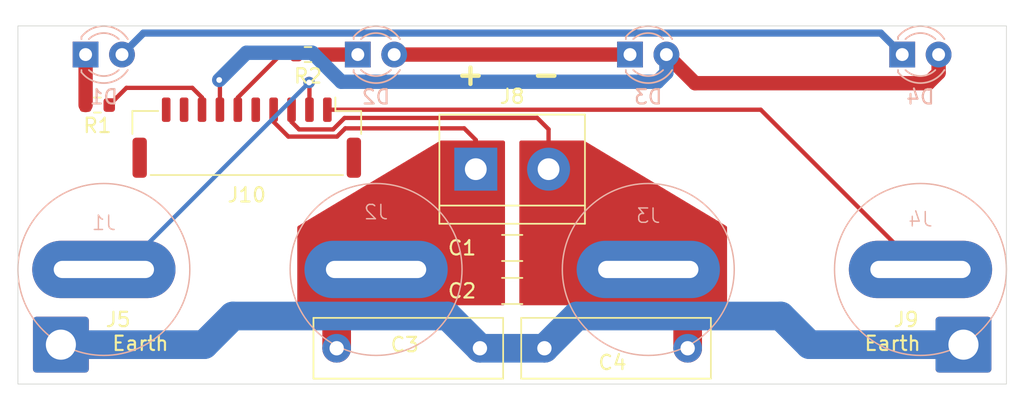
<source format=kicad_pcb>
(kicad_pcb (version 20240108) (generator "pcbnew") (generator_version "8.0")
  (layers (0 "F.Cu" signal) (31 "B.Cu" signal) (34 "B.Paste" user) (35 "F.Paste" user) (36 "B.SilkS" user "B.Silkscreen") (37 "F.SilkS" user "F.Silkscreen") (38 "B.Mask" user) (39 "F.Mask" user) (44 "Edge.Cuts" user))
  (net 0 "")
  (net 1 "+5V")
  (net 2 "/ExSense-")
  (net 3 "Net-(D1-A)")
  (net 4 "Net-(D1-K)")
  (net 5 "Net-(D2-K)")
  (net 6 "Net-(D2-A)")
  (net 7 "/ExSense+")
  (net 8 "/LED_SenseEx")
  (net 9 "/LED_ON")
  (net 10 "/Ch1Pw-")
  (net 11 "/Ch1Pw+")
  (net 12 "Earth")
  (footprint "Connector_Wire:SolderWire-1.5sqmm_1x01_D1.7mm_OD3.9mm" (layer "F.Cu") (at 182.5 100.75)
    (property "Reference" "J9" (at -4 -1.75 0) (layer "F.SilkS"))
    (property "Value" "Earth")
    (pad "1" thru_hole roundrect (at 0 0) (size 3.9 3.9) (drill 2.1) (layers "*.Cu" "*.Mask") (roundrect_rratio 0.064103) (net 12 "Earth"))
  )
  (footprint "Connector_Wire:SolderWire-1.5sqmm_1x01_D1.7mm_OD3.9mm" (layer "F.Cu") (at 119.5 100.75)
    (property "Reference" "J5" (at 4 -1.75 0) (layer "F.SilkS"))
    (property "Value" "Earth")
    (pad "1" thru_hole roundrect (at 0 0) (size 3.9 3.9) (drill 2.1) (layers "*.Cu" "*.Mask") (roundrect_rratio 0.064103) (net 12 "Earth"))
  )
  (footprint "Capacitor_THT:C_Rect_L13.0mm_W4.0mm_P10.00mm_FKS3_FKP3_MKS4" (layer "F.Cu") (at 138.75 101)
    (property "Reference" "C3" (at 4.75 -0.25 0) (layer "F.SilkS"))
    (property "Value" "Y")
    (fp_line (start -1.62 -2.12) (end -1.62 2.12) (stroke (width 0.12)) (layer "F.SilkS"))
    (fp_line (start -1.62 -2.12) (end 11.62 -2.12) (stroke (width 0.12)) (layer "F.SilkS"))
    (fp_line (start -1.62 2.12) (end 11.62 2.12) (stroke (width 0.12)) (layer "F.SilkS"))
    (fp_line (start 11.62 -2.12) (end 11.62 2.12) (stroke (width 0.12)) (layer "F.SilkS"))
    (pad "1" thru_hole circle (at 0 0) (size 2 2) (drill 1) (layers "*.Cu" "*.Mask") (net 10 "/Ch1Pw-"))
    (pad "2" thru_hole circle (at 10 0) (size 2 2) (drill 1) (layers "*.Cu" "*.Mask") (net 12 "Earth"))
  )
  (footprint "Capacitor_THT:C_Rect_L13.0mm_W4.0mm_P10.00mm_FKS3_FKP3_MKS4" (layer "F.Cu") (at 163.25 101 180)
    (property "Reference" "C4" (at 5.25 -1 180) (layer "F.SilkS"))
    (property "Value" "Y")
    (fp_line (start 11.62 -2.12) (end 11.62 2.12) (stroke (width 0.12)) (layer "F.SilkS"))
    (fp_line (start -1.62 2.12) (end 11.62 2.12) (stroke (width 0.12)) (layer "F.SilkS"))
    (fp_line (start -1.62 -2.12) (end 11.62 -2.12) (stroke (width 0.12)) (layer "F.SilkS"))
    (fp_line (start -1.62 -2.12) (end -1.62 2.12) (stroke (width 0.12)) (layer "F.SilkS"))
    (pad "1" thru_hole circle (at 0 0 180) (size 2 2) (drill 1) (layers "*.Cu" "*.Mask") (net 11 "/Ch1Pw+"))
    (pad "2" thru_hole circle (at 10 0 180) (size 2 2) (drill 1) (layers "*.Cu" "*.Mask") (net 12 "Earth"))
  )
  (footprint "Connector_JST:JST_GH_BM10B-GHS-TBT_1x10-1MP_P1.25mm_Vertical" (layer "F.Cu") (at 132.475 86.3 180)
    (property "Reference" "J10" (at 0 -4 0) (layer "F.SilkS"))
    (property "Value" "Conn_01x10_Socket")
    (fp_line (start 7.985 1.86) (end 6.185 1.86) (stroke (width 0.12)) (layer "F.SilkS"))
    (fp_line (start 7.985 0.26) (end 7.985 1.86) (stroke (width 0.12)) (layer "F.SilkS"))
    (fp_line (start -6.185 1.86) (end -6.185 2.8) (stroke (width 0.12)) (layer "F.SilkS"))
    (fp_line (start -6.715 -2.61) (end 6.715 -2.61) (stroke (width 0.12)) (layer "F.SilkS"))
    (fp_line (start -7.985 1.86) (end -6.185 1.86) (stroke (width 0.12)) (layer "F.SilkS"))
    (fp_line (start -7.985 0.26) (end -7.985 1.86) (stroke (width 0.12)) (layer "F.SilkS"))
    (pad "1" smd roundrect (at -5.625 1.95 180) (size 0.6 1.7) (layers "F.Cu" "F.Paste" "F.Mask") (net 7 "/ExSense+"))
    (pad "2" smd roundrect (at -4.375 1.95 180) (size 0.6 1.7) (layers "F.Cu" "F.Paste" "F.Mask") (net 2 "/ExSense-"))
    (pad "3" smd roundrect (at -3.125 1.95 180) (size 0.6 1.7) (layers "F.Cu" "F.Paste" "F.Mask") (net 11 "/Ch1Pw+"))
    (pad "4" smd roundrect (at -1.875 1.95 180) (size 0.6 1.7) (layers "F.Cu" "F.Paste" "F.Mask") (net 10 "/Ch1Pw-"))
    (pad "5" smd roundrect (at -0.625 1.95 180) (size 0.6 1.7) (layers "F.Cu" "F.Paste" "F.Mask"))
    (pad "6" smd roundrect (at 0.625 1.95 180) (size 0.6 1.7) (layers "F.Cu" "F.Paste" "F.Mask") (net 9 "/LED_ON"))
    (pad "7" smd roundrect (at 1.875 1.95 180) (size 0.6 1.7) (layers "F.Cu" "F.Paste" "F.Mask") (net 1 "+5V"))
    (pad "8" smd roundrect (at 3.125 1.95 180) (size 0.6 1.7) (layers "F.Cu" "F.Paste" "F.Mask") (net 8 "/LED_SenseEx"))
    (pad "9" smd roundrect (at 4.375 1.95 180) (size 0.6 1.7) (layers "F.Cu" "F.Paste" "F.Mask"))
    (pad "10" smd roundrect (at 5.625 1.95 180) (size 0.6 1.7) (layers "F.Cu" "F.Paste" "F.Mask"))
    (pad "MP" smd roundrect (at -7.475 -1.4 180) (size 1 2.8) (layers "F.Cu" "F.Paste" "F.Mask"))
    (pad "MP" smd roundrect (at 7.475 -1.4 180) (size 1 2.8) (layers "F.Cu" "F.Paste" "F.Mask"))
  )
  (footprint "Resistor_SMD:R_0603_1608Metric" (layer "F.Cu") (at 136.75 80.5)
    (property "Reference" "R2" (at 0 1.5 0) (layer "F.SilkS"))
    (property "Value" "49")
    (fp_line (start -0.237258 -0.5225) (end 0.237258 -0.5225) (stroke (width 0.12)) (layer "F.SilkS"))
    (fp_line (start -0.237258 0.5225) (end 0.237258 0.5225) (stroke (width 0.12)) (layer "F.SilkS"))
    (pad "1" smd roundrect (at -0.825 0) (size 0.8 0.95) (layers "F.Cu" "F.Paste" "F.Mask") (net 9 "/LED_ON"))
    (pad "2" smd roundrect (at 0.825 0) (size 0.8 0.95) (layers "F.Cu" "F.Paste" "F.Mask") (net 5 "Net-(D2-K)"))
  )
  (footprint "Resistor_SMD:R_0603_1608Metric" (layer "F.Cu") (at 122.05 84.025 180)
    (property "Reference" "R1" (at 0 -1.43 180) (layer "F.SilkS"))
    (property "Value" "49")
    (fp_line (start -0.237258 0.5225) (end 0.237258 0.5225) (stroke (width 0.12)) (layer "F.SilkS"))
    (fp_line (start -0.237258 -0.5225) (end 0.237258 -0.5225) (stroke (width 0.12)) (layer "F.SilkS"))
    (pad "1" smd roundrect (at -0.825 0 180) (size 0.8 0.95) (layers "F.Cu" "F.Paste" "F.Mask") (net 8 "/LED_SenseEx"))
    (pad "2" smd roundrect (at 0.825 0 180) (size 0.8 0.95) (layers "F.Cu" "F.Paste" "F.Mask") (net 4 "Net-(D1-K)"))
  )
  (footprint "Capacitor_SMD:C_1206_3216Metric" (layer "F.Cu") (at 151 97)
    (property "Reference" "C2" (at -3.5 0 0) (layer "F.SilkS"))
    (property "Value" "100n")
    (fp_line (start -0.711252 -0.91) (end 0.711252 -0.91) (stroke (width 0.12)) (layer "F.SilkS"))
    (fp_line (start -0.711252 0.91) (end 0.711252 0.91) (stroke (width 0.12)) (layer "F.SilkS"))
    (pad "1" smd roundrect (at -1.475 0) (size 1.15 1.8) (layers "F.Cu" "F.Paste" "F.Mask") (roundrect_rratio 0.217391) (net 10 "/Ch1Pw-"))
    (pad "2" smd roundrect (at 1.475 0) (size 1.15 1.8) (layers "F.Cu" "F.Paste" "F.Mask") (roundrect_rratio 0.217391) (net 11 "/Ch1Pw+"))
  )
  (footprint "Capacitor_SMD:C_1206_3216Metric" (layer "F.Cu") (at 151 94)
    (property "Reference" "C1" (at -3.5 0 0) (layer "F.SilkS"))
    (property "Value" "100n")
    (fp_line (start -0.711252 -0.91) (end 0.711252 -0.91) (stroke (width 0.12)) (layer "F.SilkS"))
    (fp_line (start -0.711252 0.91) (end 0.711252 0.91) (stroke (width 0.12)) (layer "F.SilkS"))
    (pad "1" smd roundrect (at -1.475 0) (size 1.15 1.8) (layers "F.Cu" "F.Paste" "F.Mask") (roundrect_rratio 0.217391) (net 10 "/Ch1Pw-"))
    (pad "2" smd roundrect (at 1.475 0) (size 1.15 1.8) (layers "F.Cu" "F.Paste" "F.Mask") (roundrect_rratio 0.217391) (net 11 "/Ch1Pw+"))
  )
  (footprint "TerminalBlock:TerminalBlock_bornier-2_P5.08mm" (layer "F.Cu") (at 148.46 88.5)
    (property "Reference" "J8" (at 2.54 -5.08 0) (layer "F.SilkS"))
    (property "Value" "Power")
    (fp_line (start -2.54 -3.81) (end -2.54 3.81) (stroke (width 0.12)) (layer "F.SilkS"))
    (fp_line (start -2.54 3.81) (end 7.62 3.81) (stroke (width 0.12)) (layer "F.SilkS"))
    (fp_line (start 7.62 -3.81) (end -2.54 -3.81) (stroke (width 0.12)) (layer "F.SilkS"))
    (fp_line (start 7.62 2.54) (end -2.54 2.54) (stroke (width 0.12)) (layer "F.SilkS"))
    (fp_line (start 7.62 3.81) (end 7.62 -3.81) (stroke (width 0.12)) (layer "F.SilkS"))
    (pad "1" thru_hole rect (at 0 0) (size 3 3) (drill 1.52) (layers "*.Cu" "*.Mask") (net 10 "/Ch1Pw-"))
    (pad "2" thru_hole circle (at 5.08 0) (size 3 3) (drill 1.52) (layers "*.Cu" "*.Mask") (net 11 "/Ch1Pw+"))
  )
  (footprint "Library:BananaSocket" (layer "B.Cu") (at 160.5 95.5 180)
    (property "Reference" "J3" (at 0 3.75 0) (layer "B.SilkS") (effects (font (thickness 0.1)) (justify mirror)))
    (property "Value" "Banana")
    (fp_circle (center 0 0) (end 6 0) (stroke (width 0.1)) (fill none) (layer "B.SilkS"))
    (pad "1" thru_hole oval (at 0 0 180) (size 10 4) (drill oval 7 1.2) (layers "*.Cu" "*.Mask") (net 11 "/Ch1Pw+"))
  )
  (footprint "LED_THT:LED_D3.0mm_FlatTop" (layer "B.Cu") (at 178.225 80.5)
    (property "Reference" "D4" (at 1.27 2.96 0) (layer "B.SilkS") (effects (justify mirror)))
    (property "Value" "LED")
    (fp_line (start -0.29 -1.236) (end -0.29 -1.08) (stroke (width 0.12)) (layer "B.SilkS"))
    (fp_line (start -0.29 1.08) (end -0.29 1.236) (stroke (width 0.12)) (layer "B.SilkS"))
    (fp_arc (start -0.29 -1.235516) (mid 1.366487 -1.987659) (end 2.942335 -1.078608) (stroke (width 0.12)) (layer "B.SilkS"))
    (fp_arc (start 0.229039 -1.08) (mid 1.270117 -1.5) (end 2.31113 -1.079837) (stroke (width 0.12)) (layer "B.SilkS"))
    (fp_arc (start 2.31113 1.079837) (mid 1.270117 1.5) (end 0.229039 1.08) (stroke (width 0.12)) (layer "B.SilkS"))
    (fp_arc (start 2.942335 1.078608) (mid 1.366487 1.987659) (end -0.29 1.235516) (stroke (width 0.12)) (layer "B.SilkS"))
    (pad "1" thru_hole rect (at 0 0) (size 1.8 1.8) (drill 0.9) (layers "*.Cu" "*.Mask") (net 3 "Net-(D1-A)"))
    (pad "2" thru_hole circle (at 2.54 0) (size 1.8 1.8) (drill 0.9) (layers "*.Cu" "*.Mask") (net 1 "+5V"))
  )
  (footprint "LED_THT:LED_D3.0mm_FlatTop" (layer "B.Cu") (at 140.225 80.5)
    (property "Reference" "D2" (at 1.27 2.96 0) (layer "B.SilkS") (effects (justify mirror)))
    (property "Value" "LED")
    (fp_line (start -0.29 -1.236) (end -0.29 -1.08) (stroke (width 0.12)) (layer "B.SilkS"))
    (fp_line (start -0.29 1.08) (end -0.29 1.236) (stroke (width 0.12)) (layer "B.SilkS"))
    (fp_arc (start -0.29 -1.235516) (mid 1.366487 -1.987659) (end 2.942335 -1.078608) (stroke (width 0.12)) (layer "B.SilkS"))
    (fp_arc (start 0.229039 -1.08) (mid 1.270117 -1.5) (end 2.31113 -1.079837) (stroke (width 0.12)) (layer "B.SilkS"))
    (fp_arc (start 2.31113 1.079837) (mid 1.270117 1.5) (end 0.229039 1.08) (stroke (width 0.12)) (layer "B.SilkS"))
    (fp_arc (start 2.942335 1.078608) (mid 1.366487 1.987659) (end -0.29 1.235516) (stroke (width 0.12)) (layer "B.SilkS"))
    (pad "1" thru_hole rect (at 0 0) (size 1.8 1.8) (drill 0.9) (layers "*.Cu" "*.Mask") (net 5 "Net-(D2-K)"))
    (pad "2" thru_hole circle (at 2.54 0) (size 1.8 1.8) (drill 0.9) (layers "*.Cu" "*.Mask") (net 6 "Net-(D2-A)"))
  )
  (footprint "LED_THT:LED_D3.0mm_FlatTop" (layer "B.Cu") (at 121.225 80.5)
    (property "Reference" "D1" (at 1.27 2.96 0) (layer "B.SilkS") (effects (justify mirror)))
    (property "Value" "LED")
    (fp_line (start -0.29 -1.236) (end -0.29 -1.08) (stroke (width 0.12)) (layer "B.SilkS"))
    (fp_line (start -0.29 1.08) (end -0.29 1.236) (stroke (width 0.12)) (layer "B.SilkS"))
    (fp_arc (start -0.29 -1.235516) (mid 1.366487 -1.987659) (end 2.942335 -1.078608) (stroke (width 0.12)) (layer "B.SilkS"))
    (fp_arc (start 0.229039 -1.08) (mid 1.270117 -1.5) (end 2.31113 -1.079837) (stroke (width 0.12)) (layer "B.SilkS"))
    (fp_arc (start 2.31113 1.079837) (mid 1.270117 1.5) (end 0.229039 1.08) (stroke (width 0.12)) (layer "B.SilkS"))
    (fp_arc (start 2.942335 1.078608) (mid 1.366487 1.987659) (end -0.29 1.235516) (stroke (width 0.12)) (layer "B.SilkS"))
    (pad "1" thru_hole rect (at 0 0) (size 1.8 1.8) (drill 0.9) (layers "*.Cu" "*.Mask") (net 4 "Net-(D1-K)"))
    (pad "2" thru_hole circle (at 2.54 0) (size 1.8 1.8) (drill 0.9) (layers "*.Cu" "*.Mask") (net 3 "Net-(D1-A)"))
  )
  (footprint "LED_THT:LED_D3.0mm_FlatTop" (layer "B.Cu") (at 159.225 80.5)
    (property "Reference" "D3" (at 1.27 2.96 0) (layer "B.SilkS") (effects (justify mirror)))
    (property "Value" "LED")
    (fp_line (start -0.29 -1.236) (end -0.29 -1.08) (stroke (width 0.12)) (layer "B.SilkS"))
    (fp_line (start -0.29 1.08) (end -0.29 1.236) (stroke (width 0.12)) (layer "B.SilkS"))
    (fp_arc (start -0.29 -1.235516) (mid 1.366487 -1.987659) (end 2.942335 -1.078608) (stroke (width 0.12)) (layer "B.SilkS"))
    (fp_arc (start 0.229039 -1.08) (mid 1.270117 -1.5) (end 2.31113 -1.079837) (stroke (width 0.12)) (layer "B.SilkS"))
    (fp_arc (start 2.31113 1.079837) (mid 1.270117 1.5) (end 0.229039 1.08) (stroke (width 0.12)) (layer "B.SilkS"))
    (fp_arc (start 2.942335 1.078608) (mid 1.366487 1.987659) (end -0.29 1.235516) (stroke (width 0.12)) (layer "B.SilkS"))
    (pad "1" thru_hole rect (at 0 0) (size 1.8 1.8) (drill 0.9) (layers "*.Cu" "*.Mask") (net 6 "Net-(D2-A)"))
    (pad "2" thru_hole circle (at 2.54 0) (size 1.8 1.8) (drill 0.9) (layers "*.Cu" "*.Mask") (net 1 "+5V"))
  )
  (footprint "Library:BananaSocket" (layer "B.Cu") (at 141.5 95.5 180)
    (property "Reference" "J2" (at 0 4 0) (layer "B.SilkS") (effects (font (thickness 0.1)) (justify mirror)))
    (property "Value" "Banana")
    (fp_circle (center 0 0) (end 6 0) (stroke (width 0.1)) (fill none) (layer "B.SilkS"))
    (pad "1" thru_hole oval (at 0 0 180) (size 10 4) (drill oval 7 1.2) (layers "*.Cu" "*.Mask") (net 10 "/Ch1Pw-"))
  )
  (footprint "Library:BananaSocket" (layer "B.Cu") (at 122.5 95.5 180)
    (property "Reference" "J1" (at 0 3.25 0) (layer "B.SilkS") (effects (font (thickness 0.1)) (justify mirror)))
    (property "Value" "Banana")
    (fp_circle (center 0 0) (end 6 0) (stroke (width 0.1)) (fill none) (layer "B.SilkS"))
    (pad "1" thru_hole oval (at 0 0 180) (size 10 4) (drill oval 7 1.2) (layers "*.Cu" "*.Mask") (net 2 "/ExSense-"))
  )
  (footprint "Library:BananaSocket" (layer "B.Cu") (at 179.5 95.5 180)
    (property "Reference" "J4" (at 0 3.5 0) (layer "B.SilkS") (effects (font (thickness 0.1)) (justify mirror)))
    (property "Value" "Banana")
    (fp_circle (center 0 0) (end 6 0) (stroke (width 0.1)) (fill none) (layer "B.SilkS"))
    (pad "1" thru_hole oval (at 0 0 180) (size 10 4) (drill oval 7 1.2) (layers "*.Cu" "*.Mask") (net 7 "/ExSense+"))
  )
  (gr_rect (start 116.5 78.5) (end 185.5 103.5) (stroke (width 0.05)) (fill none) (layer "Edge.Cuts"))
  (gr_text "Earth" (at 175.5 101.25 0) (layer "F.SilkS") (effects (font (size 1 1)) (justify left bottom)))
  (gr_text "Earth" (at 123 101.25 0) (layer "F.SilkS") (effects (font (size 1 1)) (justify left bottom)))
  (gr_text "-   +" (at 154.5 82.75 0) (layer "F.SilkS") (effects (font (size 1.5 1.5) (thickness 0.3) (bold yes)) (justify left bottom mirror)))
  (segment (start 163.765 82.5) (end 161.765 80.5) (width 1) (layer "F.Cu") (net 1))
  (segment (start 180.037792 82.5) (end 163.765 82.5) (width 1) (layer "F.Cu") (net 1))
  (segment (start 180.765 81.772792) (end 180.037792 82.5) (width 1) (layer "F.Cu") (net 1))
  (segment (start 180.765 80.5) (end 180.765 81.772792) (width 1) (layer "F.Cu") (net 1))
  (segment (start 130.6 82.325) (end 130.55 82.275) (width 0.3) (layer "F.Cu") (net 1))
  (segment (start 130.6 84.35) (end 130.6 82.325) (width 0.3) (layer "F.Cu") (net 1))
  (via (at 130.55 82.275) (size 0.8) (drill 0.4) (layers "F.Cu" "B.Cu") (net 1))
  (segment (start 132.45 80.375) (end 130.55 82.275) (width 1) (layer "B.Cu") (net 1))
  (segment (start 139.075 82.4) (end 137.05 80.375) (width 1) (layer "B.Cu") (net 1))
  (segment (start 137.05 80.375) (end 132.45 80.375) (width 1) (layer "B.Cu") (net 1))
  (segment (start 161.137792 82.4) (end 139.075 82.4) (width 1) (layer "B.Cu") (net 1))
  (segment (start 161.765 81.772792) (end 161.137792 82.4) (width 1) (layer "B.Cu") (net 1))
  (segment (start 161.765 80.5) (end 161.765 81.772792) (width 1) (layer "B.Cu") (net 1))
  (segment (start 136.85 84.35) (end 136.85 82.475) (width 0.3) (layer "F.Cu") (net 2))
  (segment (start 136.85 82.475) (end 136.825 82.45) (width 0.3) (layer "F.Cu") (net 2))
  (via (at 136.825 82.45) (size 0.8) (drill 0.4) (layers "F.Cu" "B.Cu") (net 2))
  (segment (start 136.825 82.45) (end 123.775 95.5) (width 0.3) (layer "B.Cu") (net 2))
  (segment (start 123.775 95.5) (end 122.5 95.5) (width 0.3) (layer "B.Cu") (net 2))
  (segment (start 178.225 80.5) (end 176.725 79) (width 0.5) (layer "B.Cu") (net 3))
  (segment (start 176.725 79) (end 125.265 79) (width 0.5) (layer "B.Cu") (net 3))
  (segment (start 125.265 79) (end 123.765 80.5) (width 0.5) (layer "B.Cu") (net 3))
  (segment (start 121.225 84.025) (end 121.225 80.5) (width 1) (layer "F.Cu") (net 4))
  (segment (start 137.575 80.5) (end 140.225 80.5) (width 1) (layer "F.Cu") (net 5))
  (segment (start 159.225 80.5) (end 142.765 80.5) (width 1) (layer "F.Cu") (net 6))
  (segment (start 138.1 84.35) (end 168.35 84.35) (width 0.3) (layer "F.Cu") (net 7))
  (segment (start 168.35 84.35) (end 179.5 95.5) (width 0.3) (layer "F.Cu") (net 7))
  (segment (start 128.674999 82.825) (end 124.075 82.825) (width 0.3) (layer "F.Cu") (net 8))
  (segment (start 124.075 82.825) (end 122.875 84.025) (width 0.3) (layer "F.Cu") (net 8))
  (segment (start 129.35 83.500001) (end 128.674999 82.825) (width 0.3) (layer "F.Cu") (net 8))
  (segment (start 129.35 84.35) (end 129.35 83.500001) (width 0.3) (layer "F.Cu") (net 8))
  (segment (start 131.85 84.35) (end 131.85 83.500001) (width 0.3) (layer "F.Cu") (net 9))
  (segment (start 134.850001 80.5) (end 135.925 80.5) (width 0.3) (layer "F.Cu") (net 9))
  (segment (start 131.85 83.500001) (end 134.850001 80.5) (width 0.3) (layer "F.Cu") (net 9))
  (segment (start 138.775 86.225) (end 139.35 85.65) (width 0.3) (layer "F.Cu") (net 10))
  (segment (start 134.35 84.35) (end 134.35 85.199999) (width 0.3) (layer "F.Cu") (net 10))
  (segment (start 134.35 85.199999) (end 135.375001 86.225) (width 0.3) (layer "F.Cu") (net 10))
  (segment (start 138.75 101) (end 138.75 98.25) (width 2) (layer "F.Cu") (net 10))
  (segment (start 148.46 86.46) (end 148.46 88.5) (width 0.3) (layer "F.Cu") (net 10))
  (segment (start 135.375001 86.225) (end 138.775 86.225) (width 0.3) (layer "F.Cu") (net 10))
  (segment (start 138.75 98.25) (end 141.5 95.5) (width 2) (layer "F.Cu") (net 10))
  (segment (start 147.65 85.65) (end 148.46 86.46) (width 0.3) (layer "F.Cu") (net 10))
  (segment (start 139.35 85.65) (end 147.65 85.65) (width 0.3) (layer "F.Cu") (net 10))
  (segment (start 163.25 101) (end 163.25 98.25) (width 2) (layer "F.Cu") (net 11))
  (segment (start 135.6 85.199999) (end 136.125001 85.725) (width 0.3) (layer "F.Cu") (net 11))
  (segment (start 163.25 98.25) (end 160.5 95.5) (width 2) (layer "F.Cu") (net 11))
  (segment (start 136.125001 85.725) (end 138.5 85.725) (width 0.3) (layer "F.Cu") (net 11))
  (segment (start 139.3 84.925) (end 152.75 84.925) (width 0.3) (layer "F.Cu") (net 11))
  (segment (start 135.6 84.35) (end 135.6 85.199999) (width 0.3) (layer "F.Cu") (net 11))
  (segment (start 153.54 85.715) (end 153.54 88.5) (width 0.3) (layer "F.Cu") (net 11))
  (segment (start 138.5 85.725) (end 139.3 84.925) (width 0.3) (layer "F.Cu") (net 11))
  (segment (start 152.75 84.925) (end 153.54 85.715) (width 0.3) (layer "F.Cu") (net 11))
  (segment (start 148.75 101) (end 146.5 98.75) (width 2) (layer "B.Cu") (net 12))
  (segment (start 153.25 101) (end 155.5 98.75) (width 2) (layer "B.Cu") (net 12))
  (segment (start 146.5 98.75) (end 131.5 98.75) (width 2) (layer "B.Cu") (net 12))
  (segment (start 155.5 98.75) (end 169.75 98.75) (width 2) (layer "B.Cu") (net 12))
  (segment (start 153.25 101) (end 148.75 101) (width 2) (layer "B.Cu") (net 12))
  (segment (start 129.5 100.75) (end 119.5 100.75) (width 2) (layer "B.Cu") (net 12))
  (segment (start 131.5 98.75) (end 129.5 100.75) (width 2) (layer "B.Cu") (net 12))
  (segment (start 169.75 98.75) (end 171.75 100.75) (width 2) (layer "B.Cu") (net 12))
  (segment (start 171.75 100.75) (end 182.5 100.75) (width 2) (layer "B.Cu") (net 12))
  (zone (net 10) (net_name "/Ch1Pw-") (layer "F.Cu") (priority 1) (connect_pads yes (clearance 0.2)) (min_thickness 0.25) (fill yes (thermal_gap 0.5) (thermal_bridge_width 0.5))
    (polygon (pts (xy 150.5 86.5) (xy 146 86.5) (xy 136 92.5) (xy 136 98) (xy 150.5 98)))
  )
  (zone (net 11) (net_name "/Ch1Pw+") (layer "F.Cu") (connect_pads yes (clearance 0.2)) (min_thickness 0.25) (fill yes (thermal_gap 0.5) (thermal_bridge_width 0.5))
    (polygon (pts (xy 151.5 86.5) (xy 156 86.5) (xy 166 92.5) (xy 166 98) (xy 151.5 98)))
  )
)
</source>
